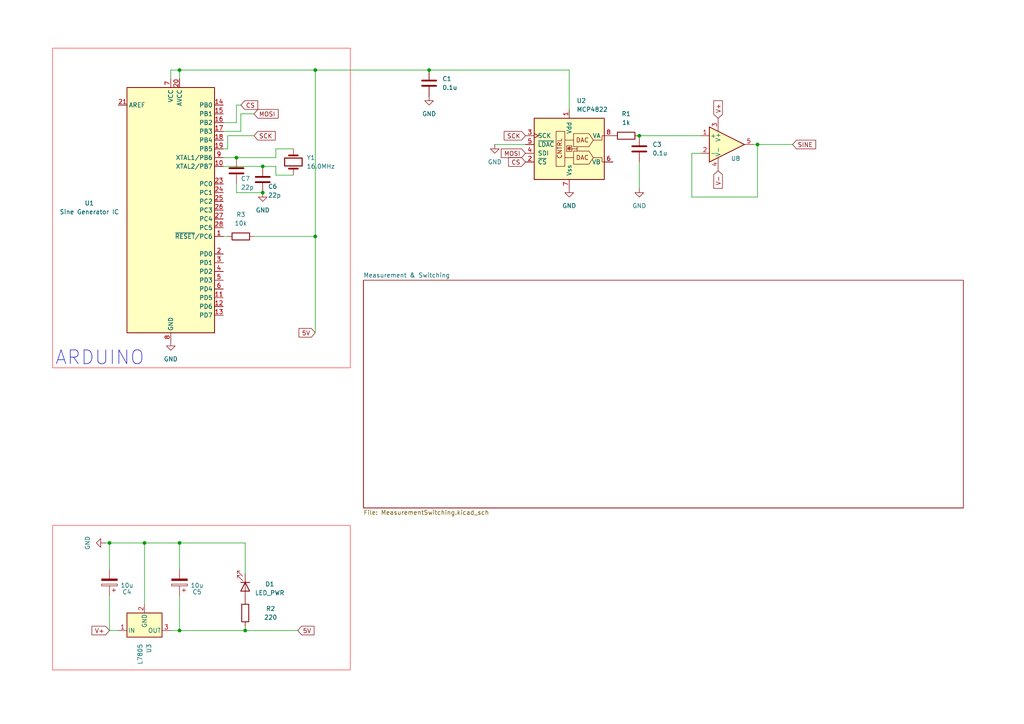
<source format=kicad_sch>
(kicad_sch (version 20250114) (generator "eeschema") (generator_version "9.0")
  (paper "A4")
  (title_block (title "Sine Generator") (date "2025-09-12") (rev "1"))
  (lib_symbols
    (symbol "Analog_DAC:MCP4822" (pin_names (offset 1.016))
      (property "Reference" "U" (at -2.54 10.795 0))
      (property "Value" "MCP4822" (at -2.54 8.89 0))
      (symbol "MCP4822_0_0"
        (polyline (pts (xy 0 -0.889) (xy 0.508 -1.397) (xy -0.508 -1.397) (xy 0 -0.889)))
        (polyline (pts (xy 0 -1.778) (xy 0 -0.635)))
        (polyline (pts (xy 0.381 -0.889) (xy 0.508 -0.762)))
        (polyline (pts (xy 0.381 -0.889) (xy -0.381 -0.889) (xy -0.508 -1.016)))
        (rectangle (start 0.762 -0.381) (end -0.762 -2.032))
        (polyline (pts (xy 0.762 -1.27) (xy 2.286 -1.27) (xy 2.286 -0.762)))
        (polyline (pts (xy 2.286 -1.143) (xy 2.286 -1.905)))
        (polyline (pts (xy 6.985 1.27) (xy 9.525 1.27) (xy 9.525 2.54) (xy 10.16 2.54)))
        (polyline (pts (xy 6.985 -3.81) (xy 9.525 -3.81) (xy 9.525 -5.08) (xy 10.16 -5.08)))
        (text "CNTRL" (at -2.032 -4.191 900) (effects (font (size 1.27 1.27)) (justify left bottom)))
        (text "DAC" (at 3.81 1.27 0) (effects (font (size 1.27 1.27))))
        (text "DAC" (at 3.81 -3.81 0) (effects (font (size 1.27 1.27))))
      )
      (symbol "MCP4822_0_1"
        (rectangle (start -10.16 7.62) (end 10.16 -10.16) (stroke (width 0.254)) (fill (type background)))
        (rectangle (start -1.27 -6.35) (end -3.81 3.81))
        (polyline (pts (xy 1.27 1.27) (xy -1.27 1.27)))
        (polyline (pts (xy 1.27 -3.81) (xy -1.27 -3.81)))
        (polyline (pts (xy 6.985 1.27) (xy 5.715 3.175) (xy 1.27 3.175) (xy 1.27 -0.635) (xy 5.715 -0.635) (xy 6.985 1.27)))
        (polyline (pts (xy 6.985 -3.81) (xy 5.715 -1.905) (xy 1.27 -1.905) (xy 1.27 -5.715) (xy 5.715 -5.715) (xy 6.985 -3.81)))
      )
      (symbol "MCP4822_1_1"
        (pin input clock (at -12.7 2.54 0) (length 2.54) (name "SCK") (number "3"))
        (pin input line (at -12.7 0 0) (length 2.54) (name "~{LDAC}") (number "5"))
        (pin input line (at -12.7 -2.54 0) (length 2.54) (name "SDI") (number "4"))
        (pin input line (at -12.7 -5.08 0) (length 2.54) (name "~{CS}") (number "2"))
        (pin power_in line (at 0 10.16 270) (length 2.54) (name "Vdd") (number "1"))
        (pin power_in line (at 0 -12.7 90) (length 2.54) (name "Vss") (number "7"))
        (pin output line (at 12.7 2.54 180) (length 2.54) (name "VA") (number "8"))
        (pin output line (at 12.7 -5.08 180) (length 2.54) (name "VB") (number "6"))
      )
    )
    (symbol "Device:C" (pin_numbers (hide yes)) (pin_names (offset 0.254))
      (property "Reference" "C" (at 0.635 2.54 0))
      (property "Value" "C" (at 0.635 -2.54 0))
      (symbol "C_0_1"
        (polyline (pts (xy -2.032 0.762) (xy 2.032 0.762)) (stroke (width 0.508)))
        (polyline (pts (xy -2.032 -0.762) (xy 2.032 -0.762)) (stroke (width 0.508)))
      )
      (symbol "C_1_1"
        (pin passive line (at 0 3.81 270) (length 2.794) (name "~") (number "1"))
        (pin passive line (at 0 -3.81 90) (length 2.794) (name "~") (number "2"))
      )
    )
    (symbol "Device:C_Polarized" (pin_numbers (hide yes)) (pin_names (offset 0.254))
      (property "Reference" "C" (at 0.635 2.54 0))
      (property "Value" "C_Polarized" (at 0.635 -2.54 0))
      (symbol "C_Polarized_0_1"
        (rectangle (start -2.286 0.508) (end 2.286 1.016))
        (polyline (pts (xy -1.778 2.286) (xy -0.762 2.286)))
        (polyline (pts (xy -1.27 2.794) (xy -1.27 1.778)))
        (rectangle (start 2.286 -0.508) (end -2.286 -1.016) (fill (type outline)))
      )
      (symbol "C_Polarized_1_1"
        (pin passive line (at 0 3.81 270) (length 2.794) (name "~") (number "1"))
        (pin passive line (at 0 -3.81 90) (length 2.794) (name "~") (number "2"))
      )
    )
    (symbol "Device:Crystal" (pin_numbers (hide yes)) (pin_names (offset 1.016) (hide yes))
      (property "Reference" "Y" (at 0 3.81 0))
      (property "Value" "Crystal" (at 0 -3.81 0))
      (symbol "Crystal_0_1"
        (polyline (pts (xy -2.54 0) (xy -1.905 0)))
        (polyline (pts (xy -1.905 -1.27) (xy -1.905 1.27)) (stroke (width 0.508)))
        (rectangle (start -1.143 2.54) (end 1.143 -2.54) (stroke (width 0.3048)))
        (polyline (pts (xy 1.905 -1.27) (xy 1.905 1.27)) (stroke (width 0.508)))
        (polyline (pts (xy 2.54 0) (xy 1.905 0)))
      )
      (symbol "Crystal_1_1"
        (pin passive line (at -3.81 0 0) (length 1.27) (name "1") (number "1"))
        (pin passive line (at 3.81 0 180) (length 1.27) (name "2") (number "2"))
      )
    )
    (symbol "Device:LED" (pin_numbers (hide yes)) (pin_names (offset 1.016) (hide yes))
      (property "Reference" "D" (at 0 2.54 0))
      (property "Value" "LED" (at 0 -2.54 0))
      (symbol "LED_0_1"
        (polyline (pts (xy -3.048 -0.762) (xy -4.572 -2.286) (xy -3.81 -2.286) (xy -4.572 -2.286) (xy -4.572 -1.524)))
        (polyline (pts (xy -1.778 -0.762) (xy -3.302 -2.286) (xy -2.54 -2.286) (xy -3.302 -2.286) (xy -3.302 -1.524)))
        (polyline (pts (xy -1.27 0) (xy 1.27 0)))
        (polyline (pts (xy -1.27 -1.27) (xy -1.27 1.27)) (stroke (width 0.254)))
        (polyline (pts (xy 1.27 -1.27) (xy 1.27 1.27) (xy -1.27 0) (xy 1.27 -1.27)) (stroke (width 0.254)))
      )
      (symbol "LED_1_1"
        (pin passive line (at -3.81 0 0) (length 2.54) (name "K") (number "1"))
        (pin passive line (at 3.81 0 180) (length 2.54) (name "A") (number "2"))
      )
    )
    (symbol "Device:R" (pin_numbers (hide yes)) (pin_names (offset 0))
      (property "Reference" "R" (at 2.032 0 90))
      (property "Value" "R" (at 0 0 90))
      (symbol "R_0_1"
        (rectangle (start -1.016 -2.54) (end 1.016 2.54) (stroke (width 0.254)))
      )
      (symbol "R_1_1"
        (pin passive line (at 0 3.81 270) (length 1.27) (name "~") (number "1"))
        (pin passive line (at 0 -3.81 90) (length 1.27) (name "~") (number "2"))
      )
    )
    (symbol "MCU_Microchip_ATmega:ATmega328P-P"
      (property "Reference" "U" (at -12.7 36.83 0))
      (property "Value" "ATmega328P-P" (at 2.54 -36.83 0))
      (symbol "ATmega328P-P_0_1"
        (rectangle (start -12.7 -35.56) (end 12.7 35.56) (stroke (width 0.254)) (fill (type background)))
      )
      (symbol "ATmega328P-P_1_1"
        (pin passive line (at -15.24 30.48 0) (length 2.54) (name "AREF") (number "21"))
        (pin power_in line (at 0 38.1 270) (length 2.54) (name "VCC") (number "7"))
        (pin passive line (at 0 -38.1 90) (length 2.54) (hide yes) (name "GND") (number "22"))
        (pin power_in line (at 0 -38.1 90) (length 2.54) (name "GND") (number "8"))
        (pin power_in line (at 2.54 38.1 270) (length 2.54) (name "AVCC") (number "20"))
        (pin bidirectional line (at 15.24 30.48 180) (length 2.54) (name "PB0") (number "14"))
        (pin bidirectional line (at 15.24 27.94 180) (length 2.54) (name "PB1") (number "15"))
        (pin bidirectional line (at 15.24 25.4 180) (length 2.54) (name "PB2") (number "16"))
        (pin bidirectional line (at 15.24 22.86 180) (length 2.54) (name "PB3") (number "17"))
        (pin bidirectional line (at 15.24 20.32 180) (length 2.54) (name "PB4") (number "18"))
        (pin bidirectional line (at 15.24 17.78 180) (length 2.54) (name "PB5") (number "19"))
        (pin bidirectional line (at 15.24 15.24 180) (length 2.54) (name "XTAL1/PB6") (number "9"))
        (pin bidirectional line (at 15.24 12.7 180) (length 2.54) (name "XTAL2/PB7") (number "10"))
        (pin bidirectional line (at 15.24 7.62 180) (length 2.54) (name "PC0") (number "23"))
        (pin bidirectional line (at 15.24 5.08 180) (length 2.54) (name "PC1") (number "24"))
        (pin bidirectional line (at 15.24 2.54 180) (length 2.54) (name "PC2") (number "25"))
        (pin bidirectional line (at 15.24 0 180) (length 2.54) (name "PC3") (number "26"))
        (pin bidirectional line (at 15.24 -2.54 180) (length 2.54) (name "PC4") (number "27"))
        (pin bidirectional line (at 15.24 -5.08 180) (length 2.54) (name "PC5") (number "28"))
        (pin bidirectional line (at 15.24 -7.62 180) (length 2.54) (name "~{RESET}/PC6") (number "1"))
        (pin bidirectional line (at 15.24 -12.7 180) (length 2.54) (name "PD0") (number "2"))
        (pin bidirectional line (at 15.24 -15.24 180) (length 2.54) (name "PD1") (number "3"))
        (pin bidirectional line (at 15.24 -17.78 180) (length 2.54) (name "PD2") (number "4"))
        (pin bidirectional line (at 15.24 -20.32 180) (length 2.54) (name "PD3") (number "5"))
        (pin bidirectional line (at 15.24 -22.86 180) (length 2.54) (name "PD4") (number "6"))
        (pin bidirectional line (at 15.24 -25.4 180) (length 2.54) (name "PD5") (number "11"))
        (pin bidirectional line (at 15.24 -27.94 180) (length 2.54) (name "PD6") (number "12"))
        (pin bidirectional line (at 15.24 -30.48 180) (length 2.54) (name "PD7") (number "13"))
      )
    )
    (symbol "Regulator_Linear:L7805" (pin_names (offset 0.254))
      (property "Reference" "U" (at -3.81 3.175 0))
      (property "Value" "L7805" (at 0 3.175 0))
      (symbol "L7805_0_1"
        (rectangle (start -5.08 1.905) (end 5.08 -5.08) (stroke (width 0.254)) (fill (type background)))
      )
      (symbol "L7805_1_1"
        (pin power_in line (at -7.62 0 0) (length 2.54) (name "IN") (number "1"))
        (pin power_in line (at 0 -7.62 90) (length 2.54) (name "GND") (number "2"))
        (pin power_out line (at 7.62 0 180) (length 2.54) (name "OUT") (number "3"))
      )
    )
    (symbol "Simulation_SPICE:OPAMP" (pin_names (offset 0.254))
      (property "Reference" "U" (at 3.81 3.175 0))
      (property "Value" "${SIM.PARAMS}" (at 3.81 -3.175 0))
      (symbol "OPAMP_0_1"
        (polyline (pts (xy 5.08 0) (xy -5.08 5.08) (xy -5.08 -5.08) (xy 5.08 0)) (stroke (width 0.254)) (fill (type background)))
      )
      (symbol "OPAMP_1_1"
        (pin input line (at -7.62 2.54 0) (length 2.54) (name "+") (number "1"))
        (pin input line (at -7.62 -2.54 0) (length 2.54) (name "-") (number "2"))
        (pin power_in line (at -2.54 7.62 270) (length 3.81) (name "V+") (number "3"))
        (pin power_in line (at -2.54 -7.62 90) (length 3.81) (name "V-") (number "4"))
        (pin output line (at 7.62 0 180) (length 2.54) (name "~") (number "5"))
      )
    )
    (symbol "power:GND" (power) (pin_numbers (hide yes)) (pin_names (offset 0) (hide yes))
      (property "Value" "GND" (at 0 -3.81 0))
      (symbol "GND_0_1"
        (polyline (pts (xy 0 0) (xy 0 -1.27) (xy 1.27 -1.27) (xy 0 -2.54) (xy -1.27 -1.27) (xy 0 -1.27)))
      )
      (symbol "GND_1_1"
        (pin power_in line (at 0 0 270) (length 0) (name "~") (number "1"))
      )
    )
  )
  (rectangle (start 15.24 152.4) (end 101.6 194.31) (stroke (width 0) (color 255 50 52 1)) (fill (type color)))
  (rectangle (start 15.24 13.97) (end 101.6 106.68) (stroke (width 0) (color 255 50 52 1)) (fill (type color)))
  (text "ARDUINO" (at 28.956 103.886 0) (effects (font (size 4 4))))
  (junction (at 219.71 41.91))
  (junction (at 52.07 20.32))
  (junction (at 91.44 20.32))
  (junction (at 31.75 157.48))
  (junction (at 52.07 182.88))
  (junction (at 52.07 157.48))
  (junction (at 76.2 55.88))
  (junction (at 41.91 157.48))
  (junction (at 68.58 45.72))
  (junction (at 124.46 20.32))
  (junction (at 185.42 39.37))
  (junction (at 76.2 48.26))
  (junction (at 91.44 68.58))
  (junction (at 71.12 182.88))
  (wire (pts (xy 219.71 57.15) (xy 219.71 41.91)))
  (wire (pts (xy 49.53 182.88) (xy 52.07 182.88)))
  (wire (pts (xy 66.04 39.37) (xy 66.04 43.18)))
  (wire (pts (xy 31.75 157.48) (xy 31.75 165.1)))
  (wire (pts (xy 219.71 41.91) (xy 229.87 41.91)))
  (wire (pts (xy 52.07 182.88) (xy 71.12 182.88)))
  (wire (pts (xy 52.07 157.48) (xy 71.12 157.48)))
  (wire (pts (xy 143.51 41.91) (xy 152.4 41.91)))
  (wire (pts (xy 185.42 54.61) (xy 185.42 46.99)))
  (wire (pts (xy 80.01 43.18) (xy 80.01 45.72)))
  (wire (pts (xy 165.1 31.75) (xy 165.1 20.32)))
  (wire (pts (xy 124.46 20.32) (xy 165.1 20.32)))
  (wire (pts (xy 68.58 45.72) (xy 80.01 45.72)))
  (wire (pts (xy 52.07 20.32) (xy 91.44 20.32)))
  (wire (pts (xy 31.75 157.48) (xy 30.48 157.48)))
  (wire (pts (xy 200.66 44.45) (xy 200.66 57.15)))
  (wire (pts (xy 64.77 68.58) (xy 66.04 68.58)))
  (wire (pts (xy 71.12 181.61) (xy 71.12 182.88)))
  (wire (pts (xy 73.66 39.37) (xy 66.04 39.37)))
  (wire (pts (xy 52.07 182.88) (xy 52.07 172.72)))
  (wire (pts (xy 69.85 33.02) (xy 69.85 38.1)))
  (wire (pts (xy 49.53 22.86) (xy 49.53 20.32)))
  (wire (pts (xy 185.42 39.37) (xy 203.2 39.37)))
  (wire (pts (xy 218.44 41.91) (xy 219.71 41.91)))
  (wire (pts (xy 69.85 38.1) (xy 64.77 38.1)))
  (wire (pts (xy 41.91 175.26) (xy 41.91 157.48)))
  (wire (pts (xy 68.58 30.48) (xy 68.58 35.56)))
  (wire (pts (xy 73.66 68.58) (xy 91.44 68.58)))
  (wire (pts (xy 52.07 20.32) (xy 52.07 22.86)))
  (wire (pts (xy 68.58 45.72) (xy 64.77 45.72)))
  (wire (pts (xy 80.01 50.8) (xy 85.09 50.8)))
  (wire (pts (xy 31.75 182.88) (xy 34.29 182.88)))
  (wire (pts (xy 49.53 20.32) (xy 52.07 20.32)))
  (wire (pts (xy 68.58 35.56) (xy 64.77 35.56)))
  (wire (pts (xy 71.12 157.48) (xy 71.12 166.37)))
  (wire (pts (xy 41.91 157.48) (xy 31.75 157.48)))
  (wire (pts (xy 52.07 157.48) (xy 41.91 157.48)))
  (wire (pts (xy 69.85 30.48) (xy 68.58 30.48)))
  (wire (pts (xy 64.77 48.26) (xy 76.2 48.26)))
  (wire (pts (xy 203.2 44.45) (xy 200.66 44.45)))
  (wire (pts (xy 52.07 157.48) (xy 52.07 165.1)))
  (wire (pts (xy 80.01 43.18) (xy 85.09 43.18)))
  (wire (pts (xy 200.66 57.15) (xy 219.71 57.15)))
  (wire (pts (xy 31.75 182.88) (xy 31.75 172.72)))
  (wire (pts (xy 73.66 33.02) (xy 69.85 33.02)))
  (wire (pts (xy 80.01 48.26) (xy 80.01 50.8)))
  (wire (pts (xy 91.44 20.32) (xy 91.44 68.58)))
  (wire (pts (xy 66.04 43.18) (xy 64.77 43.18)))
  (wire (pts (xy 68.58 55.88) (xy 76.2 55.88)))
  (wire (pts (xy 91.44 20.32) (xy 124.46 20.32)))
  (wire (pts (xy 76.2 48.26) (xy 80.01 48.26)))
  (wire (pts (xy 91.44 68.58) (xy 91.44 96.52)))
  (wire (pts (xy 71.12 182.88) (xy 86.36 182.88)))
  (wire (pts (xy 68.58 53.34) (xy 68.58 55.88)))
  (global_label "MOSI" (shape input) (at 73.66 33.02 0) (property "Intersheetrefs" "${INTERSHEET_REFS}" (effects (hide yes))))
  (global_label "V+" (shape input) (at 31.75 182.88 180) (property "Intersheetrefs" "${INTERSHEET_REFS}" (effects (hide yes))))
  (global_label "SINE" (shape input) (at 229.87 41.91 0) (property "Intersheetrefs" "${INTERSHEET_REFS}" (effects (hide yes))))
  (global_label "MOSI" (shape input) (at 152.4 44.45 180) (property "Intersheetrefs" "${INTERSHEET_REFS}" (effects (hide yes))))
  (global_label "CS" (shape input) (at 152.4 46.99 180) (property "Intersheetrefs" "${INTERSHEET_REFS}" (effects (hide yes))))
  (global_label "CS" (shape input) (at 69.85 30.48 0) (property "Intersheetrefs" "${INTERSHEET_REFS}" (effects (hide yes))))
  (global_label "V-" (shape input) (at 208.28 49.53 270) (property "Intersheetrefs" "${INTERSHEET_REFS}" (effects (hide yes))))
  (global_label "5V" (shape input) (at 86.36 182.88 0) (property "Intersheetrefs" "${INTERSHEET_REFS}" (effects (hide yes))))
  (global_label "5V" (shape input) (at 91.44 96.52 180) (property "Intersheetrefs" "${INTERSHEET_REFS}" (effects (hide yes))))
  (global_label "SCK" (shape input) (at 73.66 39.37 0) (property "Intersheetrefs" "${INTERSHEET_REFS}" (effects (hide yes))))
  (global_label "SCK" (shape input) (at 152.4 39.37 180) (property "Intersheetrefs" "${INTERSHEET_REFS}" (effects (hide yes))))
  (global_label "V+" (shape input) (at 208.28 34.29 90) (property "Intersheetrefs" "${INTERSHEET_REFS}" (effects (hide yes))))
  (symbol (lib_id "power:GND") (at 30.48 157.48 270) (unit 1)
    (property "Reference" "#PWR02" (effects (hide yes)))
    (property "Value" "GND" (at 25.4 157.48 0))
    (property "Description" "Power symbol creates a global label with name \"GND\" , ground" (effects (hide yes)))
  )
  (symbol (lib_id "Device:C") (at 68.58 49.53 0) (unit 1)
    (property "Reference" "C7" (at 69.85 51.816 0) (effects (justify left)))
    (property "Value" "22p" (at 69.85 54.356 0) (effects (justify left)))
    (property "Description" "Unpolarized capacitor" (effects (hide yes)))
  )
  (symbol (lib_id "power:GND") (at 185.42 54.61 0) (unit 1)
    (property "Reference" "#PWR04" (effects (hide yes)))
    (property "Value" "GND" (at 185.42 59.69 0))
    (property "Description" "Power symbol creates a global label with name \"GND\" , ground" (effects (hide yes)))
  )
  (symbol (lib_id "Device:C_Polarized") (at 52.07 168.91 180) (unit 1)
    (property "Reference" "C5" (at 57.15 171.704 0))
    (property "Value" "10u" (at 57.15 169.799 0))
    (property "Description" "Polarized capacitor" (effects (hide yes)))
  )
  (symbol (lib_id "Device:C") (at 76.2 52.07 0) (unit 1)
    (property "Reference" "C6" (at 77.724 54.102 0) (effects (justify left)))
    (property "Value" "22p" (at 77.724 56.642 0) (effects (justify left)))
    (property "Description" "Unpolarized capacitor" (effects (hide yes)))
  )
  (symbol (lib_id "Device:C") (at 124.46 24.13 0) (unit 1)
    (property "Reference" "C1" (at 128.27 22.8599 0) (effects (justify left)))
    (property "Value" "0.1u" (at 128.27 25.3999 0) (effects (justify left)))
    (property "Description" "Unpolarized capacitor" (effects (hide yes)))
  )
  (symbol (lib_id "Device:C") (at 185.42 43.18 0) (unit 1)
    (property "Reference" "C3" (at 189.23 41.9099 0) (effects (justify left)))
    (property "Value" "0.1u" (at 189.23 44.4499 0) (effects (justify left)))
    (property "Description" "Unpolarized capacitor" (effects (hide yes)))
  )
  (symbol (lib_id "Device:R") (at 69.85 68.58 90) (unit 1)
    (property "Reference" "R3" (at 69.85 62.23 90))
    (property "Value" "10k" (at 69.85 64.77 90))
    (property "Description" "Resistor" (effects (hide yes)))
  )
  (symbol (lib_id "Device:C_Polarized") (at 31.75 168.91 180) (unit 1)
    (property "Reference" "C4" (at 36.83 171.704 0))
    (property "Value" "10u" (at 36.83 169.799 0))
    (property "Description" "Polarized capacitor" (effects (hide yes)))
  )
  (symbol (lib_id "Device:Crystal") (at 85.09 46.99 90) (unit 1)
    (property "Reference" "Y1" (at 88.9 45.7199 90) (effects (justify right)))
    (property "Value" "16.0MHz" (at 88.9 48.2599 90) (effects (justify right)))
    (property "Description" "Two pin crystal" (effects (hide yes)))
  )
  (symbol (lib_id "Regulator_Linear:L7805") (at 41.91 182.88 0) (mirror x) (unit 1)
    (property "Reference" "U3" (at 43.1801 186.69 90) (effects (justify left)))
    (property "Value" "L7805" (at 40.6401 186.69 90) (effects (justify left)))
    (property "Datasheet" "http://www.st.com/content/ccc/resource/technical/document/datasheet/41/4f/b3/b0/12/d4/47/88/CD00000444.pdf/files/CD00000444.pdf/jcr:content/translations/en.CD00000444.pdf" (effects (hide yes)))
    (property "Description" "Positive 1.5A 35V Linear Regulator, Fixed Output 5V, TO-220/TO-263/TO-252" (effects (hide yes)))
  )
  (symbol (lib_id "power:GND") (at 165.1 54.61 0) (unit 1)
    (property "Reference" "#PWR05" (effects (hide yes)))
    (property "Value" "GND" (at 165.1 59.69 0))
    (property "Description" "Power symbol creates a global label with name \"GND\" , ground" (effects (hide yes)))
  )
  (symbol (lib_id "MCU_Microchip_ATmega:ATmega328P-P") (at 49.53 60.96 0) (unit 1)
    (property "Reference" "U1" (at 25.908 58.928 0))
    (property "Value" "Sine Generator IC" (at 25.908 61.468 0))
    (property "Footprint" "Package_DIP:DIP-28_W7.62mm" (effects (hide yes)))
    (property "Datasheet" "http://ww1.microchip.com/downloads/en/DeviceDoc/ATmega328_P%20AVR%20MCU%20with%20picoPower%20Technology%20Data%20Sheet%2040001984A.pdf" (effects (hide yes)))
    (property "Description" "20MHz, 32kB Flash, 2kB SRAM, 1kB EEPROM, DIP-28" (effects (hide yes)))
  )
  (symbol (lib_id "Simulation_SPICE:OPAMP") (at 210.82 41.91 0) (unit 1)
    (property "Reference" "U8" (at 213.36 45.974 0))
    (property "Value" "${SIM.PARAMS}" (at 218.44 38.6649 0))
    (property "Datasheet" "https://ngspice.sourceforge.io/docs/ngspice-html-manual/manual.xhtml#sec__SUBCKT_Subcircuits" (effects (hide yes)))
    (property "Description" "Operational amplifier, single" (effects (hide yes)))
    (property "Sim.Pins" "1=in+ 2=in- 3=vcc 4=vee 5=out" (effects (hide yes)))
    (property "Sim.Device" "SUBCKT" (effects (hide yes)))
    (property "Sim.Library" "${KICAD9_SYMBOL_DIR}/Simulation_SPICE.sp" (effects (hide yes)))
    (property "Sim.Name" "kicad_builtin_opamp" (effects (hide yes)))
  )
  (symbol (lib_id "power:GND") (at 76.2 55.88 0) (unit 1)
    (property "Reference" "#PWR06" (effects (hide yes)))
    (property "Value" "GND" (at 76.2 60.96 0))
    (property "Description" "Power symbol creates a global label with name \"GND\" , ground" (effects (hide yes)))
  )
  (symbol (lib_id "power:GND") (at 124.46 27.94 0) (unit 1)
    (property "Reference" "#PWR01" (effects (hide yes)))
    (property "Value" "GND" (at 124.46 33.02 0))
    (property "Description" "Power symbol creates a global label with name \"GND\" , ground" (effects (hide yes)))
  )
  (symbol (lib_id "Device:R") (at 181.61 39.37 90) (unit 1)
    (property "Reference" "R1" (at 181.61 33.02 90))
    (property "Value" "1k" (at 181.61 35.56 90))
    (property "Description" "Resistor" (effects (hide yes)))
  )
  (symbol (lib_id "Device:LED") (at 71.12 170.18 270) (unit 1)
    (property "Reference" "D1" (at 78.232 169.418 90))
    (property "Value" "LED_PWR" (at 78.232 171.958 90))
    (property "Description" "Light emitting diode" (effects (hide yes)))
    (property "Sim.Pins" "1=K 2=A" (effects (hide yes)))
  )
  (symbol (lib_id "Device:R") (at 71.12 177.8 0) (unit 1)
    (property "Reference" "R2" (at 78.486 176.53 0))
    (property "Value" "220" (at 78.486 179.07 0))
    (property "Description" "Resistor" (effects (hide yes)))
  )
  (symbol (lib_id "power:GND") (at 49.53 99.06 0) (unit 1)
    (property "Reference" "#PWR011" (effects (hide yes)))
    (property "Value" "GND" (at 49.53 104.14 0))
    (property "Description" "Power symbol creates a global label with name \"GND\" , ground" (effects (hide yes)))
  )
  (symbol (lib_id "power:GND") (at 143.51 41.91 0) (unit 1)
    (property "Reference" "#PWR03" (effects (hide yes)))
    (property "Value" "GND" (at 143.51 46.99 0))
    (property "Description" "Power symbol creates a global label with name \"GND\" , ground" (effects (hide yes)))
  )
  (symbol (lib_id "Analog_DAC:MCP4822") (at 165.1 41.91 0) (unit 1)
    (property "Reference" "U2" (at 167.2433 29.21 0) (effects (justify left)))
    (property "Value" "MCP4822" (at 167.2433 31.75 0) (effects (justify left)))
    (property "Datasheet" "http://ww1.microchip.com/downloads/en/DeviceDoc/20002249B.pdf" (effects (hide yes)))
    (property "Description" "2-Channel 12-Bit D/A Converters with SPI Interface and Internal Reference (2.048V)" (effects (hide yes)))
  )
  (sheet (at 105.41 81.28) (size 173.99 66.04) (stroke (width 0.1524))
    (property "Sheetname" "Measurement & Switching" (at 105.41 80.5684 0) (effects (justify left bottom)))
    (property "Sheetfile" "MeasurementSwitching.kicad_sch" (at 105.41 147.9046 0) (effects (justify left top)))
  )
)
</source>
